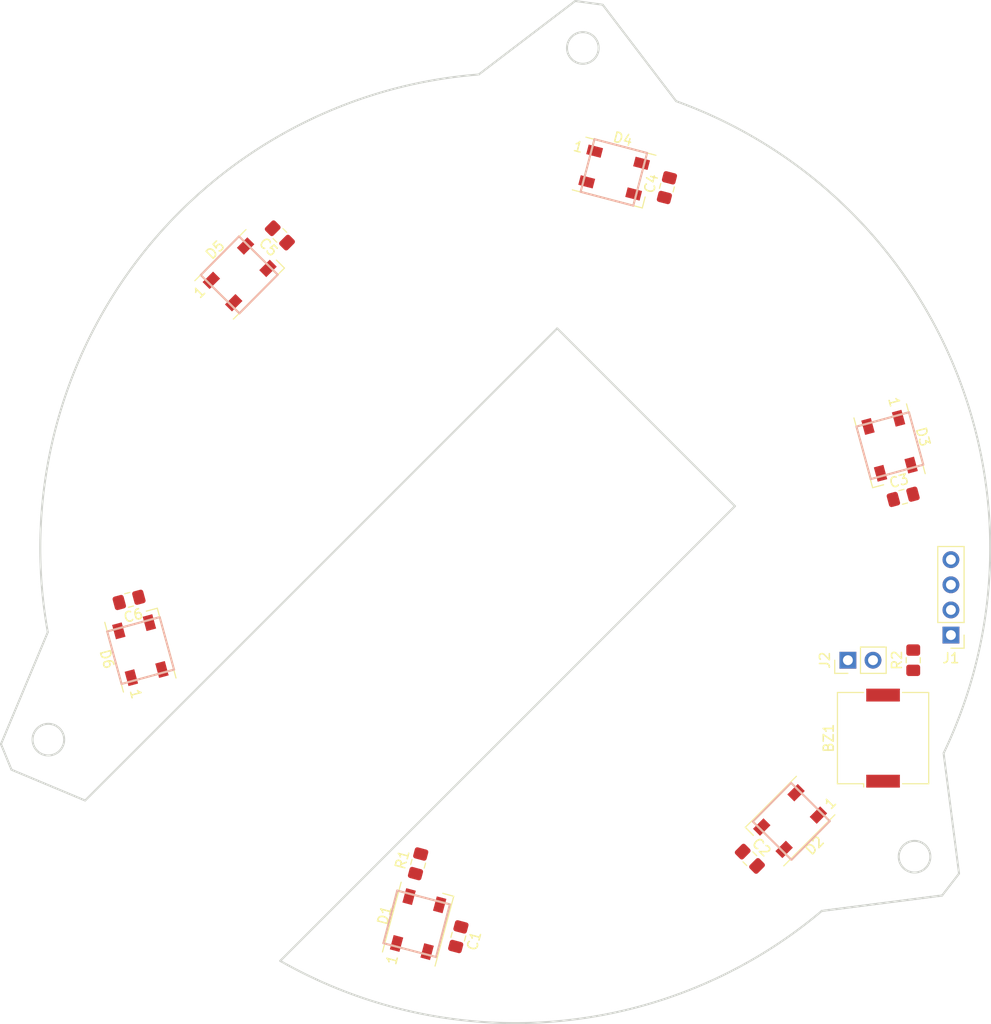
<source format=kicad_pcb>
(kicad_pcb (version 20171130) (host pcbnew "(5.0.2)-1")

  (general
    (thickness 1.6)
    (drawings 67)
    (tracks 0)
    (zones 0)
    (modules 17)
    (nets 14)
  )

  (page A4)
  (layers
    (0 Top signal)
    (31 Bottom signal)
    (34 B.Paste user)
    (35 F.Paste user)
    (36 B.SilkS user)
    (37 F.SilkS user)
    (38 B.Mask user)
    (39 F.Mask user)
    (40 Dwgs.User user)
    (41 Cmts.User user)
    (42 Eco1.User user)
    (43 Eco2.User user)
    (44 Edge.Cuts user)
    (45 Margin user)
    (46 B.CrtYd user)
    (47 F.CrtYd user)
  )

  (setup
    (last_trace_width 0.1524)
    (trace_clearance 0.1524)
    (zone_clearance 0.508)
    (zone_45_only no)
    (trace_min 0.1524)
    (segment_width 0.2)
    (edge_width 0.2)
    (via_size 0.508)
    (via_drill 0.254)
    (via_min_size 0.508)
    (via_min_drill 0.254)
    (uvia_size 0.508)
    (uvia_drill 0.254)
    (uvias_allowed no)
    (uvia_min_size 0.2)
    (uvia_min_drill 0.1)
    (pcb_text_width 0.3)
    (pcb_text_size 1.5 1.5)
    (mod_edge_width 0.15)
    (mod_text_size 1 1)
    (mod_text_width 0.15)
    (pad_size 1.524 1.524)
    (pad_drill 0.762)
    (pad_to_mask_clearance 0.0508)
    (solder_mask_min_width 0.25)
    (aux_axis_origin 0 0)
    (visible_elements 7FFFFFFF)
    (pcbplotparams
      (layerselection 0x010fc_ffffffff)
      (usegerberextensions false)
      (usegerberattributes false)
      (usegerberadvancedattributes false)
      (creategerberjobfile false)
      (excludeedgelayer true)
      (linewidth 0.100000)
      (plotframeref false)
      (viasonmask false)
      (mode 1)
      (useauxorigin false)
      (hpglpennumber 1)
      (hpglpenspeed 20)
      (hpglpendiameter 15.000000)
      (psnegative false)
      (psa4output false)
      (plotreference true)
      (plotvalue true)
      (plotinvisibletext false)
      (padsonsilk false)
      (subtractmaskfromsilk false)
      (outputformat 1)
      (mirror false)
      (drillshape 1)
      (scaleselection 1)
      (outputdirectory ""))
  )

  (net 0 "")
  (net 1 GND)
  (net 2 +5V)
  (net 3 "/LED 1/DIN")
  (net 4 "/LED 2/DIN")
  (net 5 "/LED 3/DIN")
  (net 6 "/LED 4/DIN")
  (net 7 "/LED 5/DIN")
  (net 8 "/LED 6/DIN")
  (net 9 "/LED 6/DOUT")
  (net 10 "Net-(J1-Pad1)")
  (net 11 "Net-(J1-Pad2)")
  (net 12 "Net-(BZ1-Pad1)")
  (net 13 "Net-(BZ1-Pad2)")

  (net_class Default "This is the default net class."
    (clearance 0.1524)
    (trace_width 0.1524)
    (via_dia 0.508)
    (via_drill 0.254)
    (uvia_dia 0.508)
    (uvia_drill 0.254)
    (diff_pair_gap 0.1524)
    (diff_pair_width 0.1524)
    (add_net +5V)
    (add_net "/LED 1/DIN")
    (add_net "/LED 2/DIN")
    (add_net "/LED 3/DIN")
    (add_net "/LED 4/DIN")
    (add_net "/LED 5/DIN")
    (add_net "/LED 6/DIN")
    (add_net "/LED 6/DOUT")
    (add_net GND)
    (add_net "Net-(BZ1-Pad1)")
    (add_net "Net-(BZ1-Pad2)")
    (add_net "Net-(J1-Pad1)")
    (add_net "Net-(J1-Pad2)")
  )

  (module LED_SMD:LED_WS2812B_PLCC4_5.0x5.0mm_P3.2mm (layer Top) (tedit 5AA4B285) (tstamp 5C9067E7)
    (at 138.684 143.002 75)
    (descr https://cdn-shop.adafruit.com/datasheets/WS2812B.pdf)
    (tags "LED RGB NeoPixel")
    (path /5C8C4BE3/5C8C4C32)
    (attr smd)
    (fp_text reference D1 (at 0 -3.5 75) (layer F.SilkS)
      (effects (font (size 1 1) (thickness 0.15)))
    )
    (fp_text value WS2812B (at 0 4 75) (layer F.Fab)
      (effects (font (size 1 1) (thickness 0.15)))
    )
    (fp_circle (center 0 0) (end 0 -2) (layer F.Fab) (width 0.1))
    (fp_line (start 3.65 2.75) (end 3.65 1.6) (layer F.SilkS) (width 0.12))
    (fp_line (start -3.65 2.75) (end 3.65 2.75) (layer F.SilkS) (width 0.12))
    (fp_line (start -3.65 -2.75) (end 3.65 -2.75) (layer F.SilkS) (width 0.12))
    (fp_line (start 2.5 -2.5) (end -2.5 -2.5) (layer F.Fab) (width 0.1))
    (fp_line (start 2.5 2.5) (end 2.5 -2.5) (layer F.Fab) (width 0.1))
    (fp_line (start -2.5 2.5) (end 2.5 2.5) (layer F.Fab) (width 0.1))
    (fp_line (start -2.5 -2.5) (end -2.5 2.5) (layer F.Fab) (width 0.1))
    (fp_line (start 2.5 1.5) (end 1.5 2.5) (layer F.Fab) (width 0.1))
    (fp_line (start -3.45 -2.75) (end -3.45 2.75) (layer F.CrtYd) (width 0.05))
    (fp_line (start -3.45 2.75) (end 3.45 2.75) (layer F.CrtYd) (width 0.05))
    (fp_line (start 3.45 2.75) (end 3.45 -2.75) (layer F.CrtYd) (width 0.05))
    (fp_line (start 3.45 -2.75) (end -3.45 -2.75) (layer F.CrtYd) (width 0.05))
    (fp_text user %R (at 0 0 75) (layer F.Fab)
      (effects (font (size 0.8 0.8) (thickness 0.15)))
    )
    (fp_text user 1 (at -4.15 -1.6 75) (layer F.SilkS)
      (effects (font (size 1 1) (thickness 0.15)))
    )
    (pad 1 smd rect (at -2.45 -1.6 75) (size 1.5 1) (layers Top F.Paste F.Mask)
      (net 2 +5V))
    (pad 2 smd rect (at -2.45 1.6 75) (size 1.5 1) (layers Top F.Paste F.Mask)
      (net 4 "/LED 2/DIN"))
    (pad 4 smd rect (at 2.45 -1.6 75) (size 1.5 1) (layers Top F.Paste F.Mask)
      (net 3 "/LED 1/DIN"))
    (pad 3 smd rect (at 2.45 1.6 75) (size 1.5 1) (layers Top F.Paste F.Mask)
      (net 1 GND))
    (model ${KISYS3DMOD}/LED_SMD.3dshapes/LED_WS2812B_PLCC4_5.0x5.0mm_P3.2mm.wrl
      (at (xyz 0 0 0))
      (scale (xyz 1 1 1))
      (rotate (xyz 0 0 0))
    )
  )

  (module Capacitor_SMD:C_0805_2012Metric_Pad1.15x1.40mm_HandSolder (layer Top) (tedit 5B36C52B) (tstamp 5CA675C9)
    (at 142.748 144.272 255)
    (descr "Capacitor SMD 0805 (2012 Metric), square (rectangular) end terminal, IPC_7351 nominal with elongated pad for handsoldering. (Body size source: https://docs.google.com/spreadsheets/d/1BsfQQcO9C6DZCsRaXUlFlo91Tg2WpOkGARC1WS5S8t0/edit?usp=sharing), generated with kicad-footprint-generator")
    (tags "capacitor handsolder")
    (path /5C8C4BE3/5C8C4D67)
    (attr smd)
    (fp_text reference C1 (at 0 -1.65 255) (layer F.SilkS)
      (effects (font (size 1 1) (thickness 0.15)))
    )
    (fp_text value 104 (at 0 1.65 255) (layer F.Fab)
      (effects (font (size 1 1) (thickness 0.15)))
    )
    (fp_line (start -1 0.6) (end -1 -0.6) (layer F.Fab) (width 0.1))
    (fp_line (start -1 -0.6) (end 1 -0.6) (layer F.Fab) (width 0.1))
    (fp_line (start 1 -0.6) (end 1 0.6) (layer F.Fab) (width 0.1))
    (fp_line (start 1 0.6) (end -1 0.6) (layer F.Fab) (width 0.1))
    (fp_line (start -0.261252 -0.71) (end 0.261252 -0.71) (layer F.SilkS) (width 0.12))
    (fp_line (start -0.261252 0.71) (end 0.261252 0.71) (layer F.SilkS) (width 0.12))
    (fp_line (start -1.85 0.95) (end -1.85 -0.95) (layer F.CrtYd) (width 0.05))
    (fp_line (start -1.85 -0.95) (end 1.85 -0.95) (layer F.CrtYd) (width 0.05))
    (fp_line (start 1.85 -0.95) (end 1.85 0.95) (layer F.CrtYd) (width 0.05))
    (fp_line (start 1.85 0.95) (end -1.85 0.95) (layer F.CrtYd) (width 0.05))
    (fp_text user %R (at 0 0 255) (layer F.Fab)
      (effects (font (size 0.5 0.5) (thickness 0.08)))
    )
    (pad 1 smd roundrect (at -1.025 0 255) (size 1.15 1.4) (layers Top F.Paste F.Mask) (roundrect_rratio 0.217391)
      (net 1 GND))
    (pad 2 smd roundrect (at 1.025 0 255) (size 1.15 1.4) (layers Top F.Paste F.Mask) (roundrect_rratio 0.217391)
      (net 2 +5V))
    (model ${KISYS3DMOD}/Capacitor_SMD.3dshapes/C_0805_2012Metric.wrl
      (at (xyz 0 0 0))
      (scale (xyz 1 1 1))
      (rotate (xyz 0 0 0))
    )
  )

  (module Capacitor_SMD:C_0805_2012Metric_Pad1.15x1.40mm_HandSolder (layer Top) (tedit 5B36C52B) (tstamp 5CA675DA)
    (at 172.212 136.398 315)
    (descr "Capacitor SMD 0805 (2012 Metric), square (rectangular) end terminal, IPC_7351 nominal with elongated pad for handsoldering. (Body size source: https://docs.google.com/spreadsheets/d/1BsfQQcO9C6DZCsRaXUlFlo91Tg2WpOkGARC1WS5S8t0/edit?usp=sharing), generated with kicad-footprint-generator")
    (tags "capacitor handsolder")
    (path /5C8C51C8/5C8C4D67)
    (attr smd)
    (fp_text reference C2 (at 0 -1.65 315) (layer F.SilkS)
      (effects (font (size 1 1) (thickness 0.15)))
    )
    (fp_text value 104 (at 0 1.65 315) (layer F.Fab)
      (effects (font (size 1 1) (thickness 0.15)))
    )
    (fp_text user %R (at 0 0 315) (layer F.Fab)
      (effects (font (size 0.5 0.5) (thickness 0.08)))
    )
    (fp_line (start 1.85 0.95) (end -1.85 0.95) (layer F.CrtYd) (width 0.05))
    (fp_line (start 1.85 -0.95) (end 1.85 0.95) (layer F.CrtYd) (width 0.05))
    (fp_line (start -1.85 -0.95) (end 1.85 -0.95) (layer F.CrtYd) (width 0.05))
    (fp_line (start -1.85 0.95) (end -1.85 -0.95) (layer F.CrtYd) (width 0.05))
    (fp_line (start -0.261252 0.71) (end 0.261252 0.71) (layer F.SilkS) (width 0.12))
    (fp_line (start -0.261252 -0.71) (end 0.261252 -0.71) (layer F.SilkS) (width 0.12))
    (fp_line (start 1 0.6) (end -1 0.6) (layer F.Fab) (width 0.1))
    (fp_line (start 1 -0.6) (end 1 0.6) (layer F.Fab) (width 0.1))
    (fp_line (start -1 -0.6) (end 1 -0.6) (layer F.Fab) (width 0.1))
    (fp_line (start -1 0.6) (end -1 -0.6) (layer F.Fab) (width 0.1))
    (pad 2 smd roundrect (at 1.024999 0 315) (size 1.15 1.4) (layers Top F.Paste F.Mask) (roundrect_rratio 0.217391)
      (net 2 +5V))
    (pad 1 smd roundrect (at -1.024999 0 315) (size 1.15 1.4) (layers Top F.Paste F.Mask) (roundrect_rratio 0.217391)
      (net 1 GND))
    (model ${KISYS3DMOD}/Capacitor_SMD.3dshapes/C_0805_2012Metric.wrl
      (at (xyz 0 0 0))
      (scale (xyz 1 1 1))
      (rotate (xyz 0 0 0))
    )
  )

  (module Capacitor_SMD:C_0805_2012Metric_Pad1.15x1.40mm_HandSolder (layer Top) (tedit 5B36C52B) (tstamp 5CA675EB)
    (at 187.706 99.822 15)
    (descr "Capacitor SMD 0805 (2012 Metric), square (rectangular) end terminal, IPC_7351 nominal with elongated pad for handsoldering. (Body size source: https://docs.google.com/spreadsheets/d/1BsfQQcO9C6DZCsRaXUlFlo91Tg2WpOkGARC1WS5S8t0/edit?usp=sharing), generated with kicad-footprint-generator")
    (tags "capacitor handsolder")
    (path /5C8C51CD/5C8C4D67)
    (attr smd)
    (fp_text reference C3 (at 0 -1.65 15) (layer F.SilkS)
      (effects (font (size 1 1) (thickness 0.15)))
    )
    (fp_text value 104 (at 0 1.65 15) (layer F.Fab)
      (effects (font (size 1 1) (thickness 0.15)))
    )
    (fp_line (start -1 0.6) (end -1 -0.6) (layer F.Fab) (width 0.1))
    (fp_line (start -1 -0.6) (end 1 -0.6) (layer F.Fab) (width 0.1))
    (fp_line (start 1 -0.6) (end 1 0.6) (layer F.Fab) (width 0.1))
    (fp_line (start 1 0.6) (end -1 0.6) (layer F.Fab) (width 0.1))
    (fp_line (start -0.261252 -0.71) (end 0.261252 -0.71) (layer F.SilkS) (width 0.12))
    (fp_line (start -0.261252 0.71) (end 0.261252 0.71) (layer F.SilkS) (width 0.12))
    (fp_line (start -1.85 0.95) (end -1.85 -0.95) (layer F.CrtYd) (width 0.05))
    (fp_line (start -1.85 -0.95) (end 1.85 -0.95) (layer F.CrtYd) (width 0.05))
    (fp_line (start 1.85 -0.95) (end 1.85 0.95) (layer F.CrtYd) (width 0.05))
    (fp_line (start 1.85 0.95) (end -1.85 0.95) (layer F.CrtYd) (width 0.05))
    (fp_text user %R (at 0 0 15) (layer F.Fab)
      (effects (font (size 0.5 0.5) (thickness 0.08)))
    )
    (pad 1 smd roundrect (at -1.025 0 15) (size 1.15 1.4) (layers Top F.Paste F.Mask) (roundrect_rratio 0.217391)
      (net 1 GND))
    (pad 2 smd roundrect (at 1.025 0 15) (size 1.15 1.4) (layers Top F.Paste F.Mask) (roundrect_rratio 0.217391)
      (net 2 +5V))
    (model ${KISYS3DMOD}/Capacitor_SMD.3dshapes/C_0805_2012Metric.wrl
      (at (xyz 0 0 0))
      (scale (xyz 1 1 1))
      (rotate (xyz 0 0 0))
    )
  )

  (module Capacitor_SMD:C_0805_2012Metric_Pad1.15x1.40mm_HandSolder (layer Top) (tedit 5B36C52B) (tstamp 5CA675FC)
    (at 163.83 68.58 75.5)
    (descr "Capacitor SMD 0805 (2012 Metric), square (rectangular) end terminal, IPC_7351 nominal with elongated pad for handsoldering. (Body size source: https://docs.google.com/spreadsheets/d/1BsfQQcO9C6DZCsRaXUlFlo91Tg2WpOkGARC1WS5S8t0/edit?usp=sharing), generated with kicad-footprint-generator")
    (tags "capacitor handsolder")
    (path /5C8C51D2/5C8C4D67)
    (attr smd)
    (fp_text reference C4 (at 0 -1.65 75.5) (layer F.SilkS)
      (effects (font (size 1 1) (thickness 0.15)))
    )
    (fp_text value 104 (at 0 1.65 75.5) (layer F.Fab)
      (effects (font (size 1 1) (thickness 0.15)))
    )
    (fp_text user %R (at 0 0 75.5) (layer F.Fab)
      (effects (font (size 0.5 0.5) (thickness 0.08)))
    )
    (fp_line (start 1.85 0.95) (end -1.85 0.95) (layer F.CrtYd) (width 0.05))
    (fp_line (start 1.85 -0.95) (end 1.85 0.95) (layer F.CrtYd) (width 0.05))
    (fp_line (start -1.85 -0.95) (end 1.85 -0.95) (layer F.CrtYd) (width 0.05))
    (fp_line (start -1.85 0.95) (end -1.85 -0.95) (layer F.CrtYd) (width 0.05))
    (fp_line (start -0.261252 0.71) (end 0.261252 0.71) (layer F.SilkS) (width 0.12))
    (fp_line (start -0.261252 -0.71) (end 0.261252 -0.71) (layer F.SilkS) (width 0.12))
    (fp_line (start 1 0.6) (end -1 0.6) (layer F.Fab) (width 0.1))
    (fp_line (start 1 -0.6) (end 1 0.6) (layer F.Fab) (width 0.1))
    (fp_line (start -1 -0.6) (end 1 -0.6) (layer F.Fab) (width 0.1))
    (fp_line (start -1 0.6) (end -1 -0.6) (layer F.Fab) (width 0.1))
    (pad 2 smd roundrect (at 1.025 0.000001 75.5) (size 1.15 1.4) (layers Top F.Paste F.Mask) (roundrect_rratio 0.217391)
      (net 2 +5V))
    (pad 1 smd roundrect (at -1.025 -0.000001 75.5) (size 1.15 1.4) (layers Top F.Paste F.Mask) (roundrect_rratio 0.217391)
      (net 1 GND))
    (model ${KISYS3DMOD}/Capacitor_SMD.3dshapes/C_0805_2012Metric.wrl
      (at (xyz 0 0 0))
      (scale (xyz 1 1 1))
      (rotate (xyz 0 0 0))
    )
  )

  (module Capacitor_SMD:C_0805_2012Metric_Pad1.15x1.40mm_HandSolder (layer Top) (tedit 5B36C52B) (tstamp 5CA6760D)
    (at 124.714 73.406 135)
    (descr "Capacitor SMD 0805 (2012 Metric), square (rectangular) end terminal, IPC_7351 nominal with elongated pad for handsoldering. (Body size source: https://docs.google.com/spreadsheets/d/1BsfQQcO9C6DZCsRaXUlFlo91Tg2WpOkGARC1WS5S8t0/edit?usp=sharing), generated with kicad-footprint-generator")
    (tags "capacitor handsolder")
    (path /5C8C51D7/5C8C4D67)
    (attr smd)
    (fp_text reference C5 (at 0 -1.65 135) (layer F.SilkS)
      (effects (font (size 1 1) (thickness 0.15)))
    )
    (fp_text value 104 (at 0 1.65 135) (layer F.Fab)
      (effects (font (size 1 1) (thickness 0.15)))
    )
    (fp_line (start -1 0.6) (end -1 -0.6) (layer F.Fab) (width 0.1))
    (fp_line (start -1 -0.6) (end 1 -0.6) (layer F.Fab) (width 0.1))
    (fp_line (start 1 -0.6) (end 1 0.6) (layer F.Fab) (width 0.1))
    (fp_line (start 1 0.6) (end -1 0.6) (layer F.Fab) (width 0.1))
    (fp_line (start -0.261252 -0.71) (end 0.261252 -0.71) (layer F.SilkS) (width 0.12))
    (fp_line (start -0.261252 0.71) (end 0.261252 0.71) (layer F.SilkS) (width 0.12))
    (fp_line (start -1.85 0.95) (end -1.85 -0.95) (layer F.CrtYd) (width 0.05))
    (fp_line (start -1.85 -0.95) (end 1.85 -0.95) (layer F.CrtYd) (width 0.05))
    (fp_line (start 1.85 -0.95) (end 1.85 0.95) (layer F.CrtYd) (width 0.05))
    (fp_line (start 1.85 0.95) (end -1.85 0.95) (layer F.CrtYd) (width 0.05))
    (fp_text user %R (at 0 0 135) (layer F.Fab)
      (effects (font (size 0.5 0.5) (thickness 0.08)))
    )
    (pad 1 smd roundrect (at -1.024999 0 135) (size 1.15 1.4) (layers Top F.Paste F.Mask) (roundrect_rratio 0.217391)
      (net 1 GND))
    (pad 2 smd roundrect (at 1.024999 0 135) (size 1.15 1.4) (layers Top F.Paste F.Mask) (roundrect_rratio 0.217391)
      (net 2 +5V))
    (model ${KISYS3DMOD}/Capacitor_SMD.3dshapes/C_0805_2012Metric.wrl
      (at (xyz 0 0 0))
      (scale (xyz 1 1 1))
      (rotate (xyz 0 0 0))
    )
  )

  (module Capacitor_SMD:C_0805_2012Metric_Pad1.15x1.40mm_HandSolder (layer Top) (tedit 5B36C52B) (tstamp 5CA6761E)
    (at 109.474 110.236 195)
    (descr "Capacitor SMD 0805 (2012 Metric), square (rectangular) end terminal, IPC_7351 nominal with elongated pad for handsoldering. (Body size source: https://docs.google.com/spreadsheets/d/1BsfQQcO9C6DZCsRaXUlFlo91Tg2WpOkGARC1WS5S8t0/edit?usp=sharing), generated with kicad-footprint-generator")
    (tags "capacitor handsolder")
    (path /5C8C51DC/5C8C4D67)
    (attr smd)
    (fp_text reference C6 (at 0 -1.65 195) (layer F.SilkS)
      (effects (font (size 1 1) (thickness 0.15)))
    )
    (fp_text value 104 (at 0 1.65 195) (layer F.Fab)
      (effects (font (size 1 1) (thickness 0.15)))
    )
    (fp_text user %R (at 0 0 195) (layer F.Fab)
      (effects (font (size 0.5 0.5) (thickness 0.08)))
    )
    (fp_line (start 1.85 0.95) (end -1.85 0.95) (layer F.CrtYd) (width 0.05))
    (fp_line (start 1.85 -0.95) (end 1.85 0.95) (layer F.CrtYd) (width 0.05))
    (fp_line (start -1.85 -0.95) (end 1.85 -0.95) (layer F.CrtYd) (width 0.05))
    (fp_line (start -1.85 0.95) (end -1.85 -0.95) (layer F.CrtYd) (width 0.05))
    (fp_line (start -0.261252 0.71) (end 0.261252 0.71) (layer F.SilkS) (width 0.12))
    (fp_line (start -0.261252 -0.71) (end 0.261252 -0.71) (layer F.SilkS) (width 0.12))
    (fp_line (start 1 0.6) (end -1 0.6) (layer F.Fab) (width 0.1))
    (fp_line (start 1 -0.6) (end 1 0.6) (layer F.Fab) (width 0.1))
    (fp_line (start -1 -0.6) (end 1 -0.6) (layer F.Fab) (width 0.1))
    (fp_line (start -1 0.6) (end -1 -0.6) (layer F.Fab) (width 0.1))
    (pad 2 smd roundrect (at 1.025 0 195) (size 1.15 1.4) (layers Top F.Paste F.Mask) (roundrect_rratio 0.217391)
      (net 2 +5V))
    (pad 1 smd roundrect (at -1.025 0 195) (size 1.15 1.4) (layers Top F.Paste F.Mask) (roundrect_rratio 0.217391)
      (net 1 GND))
    (model ${KISYS3DMOD}/Capacitor_SMD.3dshapes/C_0805_2012Metric.wrl
      (at (xyz 0 0 0))
      (scale (xyz 1 1 1))
      (rotate (xyz 0 0 0))
    )
  )

  (module LED_SMD:LED_WS2812B_PLCC4_5.0x5.0mm_P3.2mm (layer Top) (tedit 5AA4B285) (tstamp 5CA6764C)
    (at 176.276 132.588 225)
    (descr https://cdn-shop.adafruit.com/datasheets/WS2812B.pdf)
    (tags "LED RGB NeoPixel")
    (path /5C8C51C8/5C8C4C32)
    (attr smd)
    (fp_text reference D2 (at 0 -3.5 225) (layer F.SilkS)
      (effects (font (size 1 1) (thickness 0.15)))
    )
    (fp_text value WS2812B (at 0 4 225) (layer F.Fab)
      (effects (font (size 1 1) (thickness 0.15)))
    )
    (fp_circle (center 0 0) (end 0 -2) (layer F.Fab) (width 0.1))
    (fp_line (start 3.65 2.75) (end 3.65 1.6) (layer F.SilkS) (width 0.12))
    (fp_line (start -3.65 2.75) (end 3.65 2.75) (layer F.SilkS) (width 0.12))
    (fp_line (start -3.65 -2.75) (end 3.65 -2.75) (layer F.SilkS) (width 0.12))
    (fp_line (start 2.5 -2.5) (end -2.5 -2.5) (layer F.Fab) (width 0.1))
    (fp_line (start 2.5 2.5) (end 2.5 -2.5) (layer F.Fab) (width 0.1))
    (fp_line (start -2.5 2.5) (end 2.5 2.5) (layer F.Fab) (width 0.1))
    (fp_line (start -2.5 -2.5) (end -2.5 2.5) (layer F.Fab) (width 0.1))
    (fp_line (start 2.5 1.5) (end 1.5 2.5) (layer F.Fab) (width 0.1))
    (fp_line (start -3.45 -2.75) (end -3.45 2.75) (layer F.CrtYd) (width 0.05))
    (fp_line (start -3.45 2.75) (end 3.45 2.75) (layer F.CrtYd) (width 0.05))
    (fp_line (start 3.45 2.75) (end 3.45 -2.75) (layer F.CrtYd) (width 0.05))
    (fp_line (start 3.45 -2.75) (end -3.45 -2.75) (layer F.CrtYd) (width 0.05))
    (fp_text user %R (at 0 0 225) (layer F.Fab)
      (effects (font (size 0.8 0.8) (thickness 0.15)))
    )
    (fp_text user 1 (at -4.15 -1.6 225) (layer F.SilkS)
      (effects (font (size 1 1) (thickness 0.15)))
    )
    (pad 1 smd rect (at -2.45 -1.6 225) (size 1.5 1) (layers Top F.Paste F.Mask)
      (net 2 +5V))
    (pad 2 smd rect (at -2.45 1.6 225) (size 1.5 1) (layers Top F.Paste F.Mask)
      (net 5 "/LED 3/DIN"))
    (pad 4 smd rect (at 2.45 -1.6 225) (size 1.5 1) (layers Top F.Paste F.Mask)
      (net 4 "/LED 2/DIN"))
    (pad 3 smd rect (at 2.45 1.6 225) (size 1.5 1) (layers Top F.Paste F.Mask)
      (net 1 GND))
    (model ${KISYS3DMOD}/LED_SMD.3dshapes/LED_WS2812B_PLCC4_5.0x5.0mm_P3.2mm.wrl
      (at (xyz 0 0 0))
      (scale (xyz 1 1 1))
      (rotate (xyz 0 0 0))
    )
  )

  (module LED_SMD:LED_WS2812B_PLCC4_5.0x5.0mm_P3.2mm (layer Top) (tedit 5AA4B285) (tstamp 5CA67663)
    (at 186.329588 94.662408 285)
    (descr https://cdn-shop.adafruit.com/datasheets/WS2812B.pdf)
    (tags "LED RGB NeoPixel")
    (path /5C8C51CD/5C8C4C32)
    (attr smd)
    (fp_text reference D3 (at 0 -3.5 285) (layer F.SilkS)
      (effects (font (size 1 1) (thickness 0.15)))
    )
    (fp_text value WS2812B (at 0 4 285) (layer F.Fab)
      (effects (font (size 1 1) (thickness 0.15)))
    )
    (fp_text user 1 (at -4.15 -1.6 285) (layer F.SilkS)
      (effects (font (size 1 1) (thickness 0.15)))
    )
    (fp_text user %R (at 0 0 285) (layer F.Fab)
      (effects (font (size 0.8 0.8) (thickness 0.15)))
    )
    (fp_line (start 3.45 -2.75) (end -3.45 -2.75) (layer F.CrtYd) (width 0.05))
    (fp_line (start 3.45 2.75) (end 3.45 -2.75) (layer F.CrtYd) (width 0.05))
    (fp_line (start -3.45 2.75) (end 3.45 2.75) (layer F.CrtYd) (width 0.05))
    (fp_line (start -3.45 -2.75) (end -3.45 2.75) (layer F.CrtYd) (width 0.05))
    (fp_line (start 2.5 1.5) (end 1.5 2.5) (layer F.Fab) (width 0.1))
    (fp_line (start -2.5 -2.5) (end -2.5 2.5) (layer F.Fab) (width 0.1))
    (fp_line (start -2.5 2.5) (end 2.5 2.5) (layer F.Fab) (width 0.1))
    (fp_line (start 2.5 2.5) (end 2.5 -2.5) (layer F.Fab) (width 0.1))
    (fp_line (start 2.5 -2.5) (end -2.5 -2.5) (layer F.Fab) (width 0.1))
    (fp_line (start -3.65 -2.75) (end 3.65 -2.75) (layer F.SilkS) (width 0.12))
    (fp_line (start -3.65 2.75) (end 3.65 2.75) (layer F.SilkS) (width 0.12))
    (fp_line (start 3.65 2.75) (end 3.65 1.6) (layer F.SilkS) (width 0.12))
    (fp_circle (center 0 0) (end 0 -2) (layer F.Fab) (width 0.1))
    (pad 3 smd rect (at 2.45 1.6 285) (size 1.5 1) (layers Top F.Paste F.Mask)
      (net 1 GND))
    (pad 4 smd rect (at 2.45 -1.6 285) (size 1.5 1) (layers Top F.Paste F.Mask)
      (net 5 "/LED 3/DIN"))
    (pad 2 smd rect (at -2.45 1.6 285) (size 1.5 1) (layers Top F.Paste F.Mask)
      (net 6 "/LED 4/DIN"))
    (pad 1 smd rect (at -2.45 -1.6 285) (size 1.5 1) (layers Top F.Paste F.Mask)
      (net 2 +5V))
    (model ${KISYS3DMOD}/LED_SMD.3dshapes/LED_WS2812B_PLCC4_5.0x5.0mm_P3.2mm.wrl
      (at (xyz 0 0 0))
      (scale (xyz 1 1 1))
      (rotate (xyz 0 0 0))
    )
  )

  (module LED_SMD:LED_WS2812B_PLCC4_5.0x5.0mm_P3.2mm (layer Top) (tedit 5AA4B285) (tstamp 5CA6767A)
    (at 158.496 67.056 345.5)
    (descr https://cdn-shop.adafruit.com/datasheets/WS2812B.pdf)
    (tags "LED RGB NeoPixel")
    (path /5C8C51D2/5C8C4C32)
    (attr smd)
    (fp_text reference D4 (at 0 -3.5 345.5) (layer F.SilkS)
      (effects (font (size 1 1) (thickness 0.15)))
    )
    (fp_text value WS2812B (at 0 4 345.5) (layer F.Fab)
      (effects (font (size 1 1) (thickness 0.15)))
    )
    (fp_circle (center 0 0) (end 0 -2) (layer F.Fab) (width 0.1))
    (fp_line (start 3.65 2.75) (end 3.65 1.6) (layer F.SilkS) (width 0.12))
    (fp_line (start -3.65 2.75) (end 3.65 2.75) (layer F.SilkS) (width 0.12))
    (fp_line (start -3.65 -2.75) (end 3.65 -2.75) (layer F.SilkS) (width 0.12))
    (fp_line (start 2.5 -2.5) (end -2.5 -2.5) (layer F.Fab) (width 0.1))
    (fp_line (start 2.5 2.5) (end 2.5 -2.5) (layer F.Fab) (width 0.1))
    (fp_line (start -2.5 2.5) (end 2.5 2.5) (layer F.Fab) (width 0.1))
    (fp_line (start -2.5 -2.5) (end -2.5 2.5) (layer F.Fab) (width 0.1))
    (fp_line (start 2.5 1.5) (end 1.5 2.5) (layer F.Fab) (width 0.1))
    (fp_line (start -3.45 -2.75) (end -3.45 2.75) (layer F.CrtYd) (width 0.05))
    (fp_line (start -3.45 2.75) (end 3.45 2.75) (layer F.CrtYd) (width 0.05))
    (fp_line (start 3.45 2.75) (end 3.45 -2.75) (layer F.CrtYd) (width 0.05))
    (fp_line (start 3.45 -2.75) (end -3.45 -2.75) (layer F.CrtYd) (width 0.05))
    (fp_text user %R (at 0 0 345.5) (layer F.Fab)
      (effects (font (size 0.8 0.8) (thickness 0.15)))
    )
    (fp_text user 1 (at -4.15 -1.6 345.5) (layer F.SilkS)
      (effects (font (size 1 1) (thickness 0.15)))
    )
    (pad 1 smd rect (at -2.45 -1.6 345.5) (size 1.5 1) (layers Top F.Paste F.Mask)
      (net 2 +5V))
    (pad 2 smd rect (at -2.45 1.6 345.5) (size 1.5 1) (layers Top F.Paste F.Mask)
      (net 7 "/LED 5/DIN"))
    (pad 4 smd rect (at 2.45 -1.6 345.5) (size 1.5 1) (layers Top F.Paste F.Mask)
      (net 6 "/LED 4/DIN"))
    (pad 3 smd rect (at 2.45 1.6 345.5) (size 1.5 1) (layers Top F.Paste F.Mask)
      (net 1 GND))
    (model ${KISYS3DMOD}/LED_SMD.3dshapes/LED_WS2812B_PLCC4_5.0x5.0mm_P3.2mm.wrl
      (at (xyz 0 0 0))
      (scale (xyz 1 1 1))
      (rotate (xyz 0 0 0))
    )
  )

  (module LED_SMD:LED_WS2812B_PLCC4_5.0x5.0mm_P3.2mm (layer Top) (tedit 5AA4B285) (tstamp 5CA67691)
    (at 120.65 77.343 45)
    (descr https://cdn-shop.adafruit.com/datasheets/WS2812B.pdf)
    (tags "LED RGB NeoPixel")
    (path /5C8C51D7/5C8C4C32)
    (attr smd)
    (fp_text reference D5 (at 0 -3.5 45) (layer F.SilkS)
      (effects (font (size 1 1) (thickness 0.15)))
    )
    (fp_text value WS2812B (at 0 4 45) (layer F.Fab)
      (effects (font (size 1 1) (thickness 0.15)))
    )
    (fp_text user 1 (at -4.15 -1.6 45) (layer F.SilkS)
      (effects (font (size 1 1) (thickness 0.15)))
    )
    (fp_text user %R (at 0 0 45) (layer F.Fab)
      (effects (font (size 0.8 0.8) (thickness 0.15)))
    )
    (fp_line (start 3.45 -2.75) (end -3.45 -2.75) (layer F.CrtYd) (width 0.05))
    (fp_line (start 3.45 2.75) (end 3.45 -2.75) (layer F.CrtYd) (width 0.05))
    (fp_line (start -3.45 2.75) (end 3.45 2.75) (layer F.CrtYd) (width 0.05))
    (fp_line (start -3.45 -2.75) (end -3.45 2.75) (layer F.CrtYd) (width 0.05))
    (fp_line (start 2.5 1.5) (end 1.5 2.5) (layer F.Fab) (width 0.1))
    (fp_line (start -2.5 -2.5) (end -2.5 2.5) (layer F.Fab) (width 0.1))
    (fp_line (start -2.5 2.5) (end 2.5 2.5) (layer F.Fab) (width 0.1))
    (fp_line (start 2.5 2.5) (end 2.5 -2.5) (layer F.Fab) (width 0.1))
    (fp_line (start 2.5 -2.5) (end -2.5 -2.5) (layer F.Fab) (width 0.1))
    (fp_line (start -3.65 -2.75) (end 3.65 -2.75) (layer F.SilkS) (width 0.12))
    (fp_line (start -3.65 2.75) (end 3.65 2.75) (layer F.SilkS) (width 0.12))
    (fp_line (start 3.65 2.75) (end 3.65 1.6) (layer F.SilkS) (width 0.12))
    (fp_circle (center 0 0) (end 0 -2) (layer F.Fab) (width 0.1))
    (pad 3 smd rect (at 2.45 1.6 45) (size 1.5 1) (layers Top F.Paste F.Mask)
      (net 1 GND))
    (pad 4 smd rect (at 2.45 -1.6 45) (size 1.5 1) (layers Top F.Paste F.Mask)
      (net 7 "/LED 5/DIN"))
    (pad 2 smd rect (at -2.45 1.6 45) (size 1.5 1) (layers Top F.Paste F.Mask)
      (net 8 "/LED 6/DIN"))
    (pad 1 smd rect (at -2.45 -1.6 45) (size 1.5 1) (layers Top F.Paste F.Mask)
      (net 2 +5V))
    (model ${KISYS3DMOD}/LED_SMD.3dshapes/LED_WS2812B_PLCC4_5.0x5.0mm_P3.2mm.wrl
      (at (xyz 0 0 0))
      (scale (xyz 1 1 1))
      (rotate (xyz 0 0 0))
    )
  )

  (module LED_SMD:LED_WS2812B_PLCC4_5.0x5.0mm_P3.2mm (layer Top) (tedit 5AA4B285) (tstamp 5CA676A8)
    (at 110.617 115.316 105)
    (descr https://cdn-shop.adafruit.com/datasheets/WS2812B.pdf)
    (tags "LED RGB NeoPixel")
    (path /5C8C51DC/5C8C4C32)
    (attr smd)
    (fp_text reference D6 (at 0 -3.5 105) (layer F.SilkS)
      (effects (font (size 1 1) (thickness 0.15)))
    )
    (fp_text value WS2812B (at 0 4 105) (layer F.Fab)
      (effects (font (size 1 1) (thickness 0.15)))
    )
    (fp_circle (center 0 0) (end 0 -2) (layer F.Fab) (width 0.1))
    (fp_line (start 3.65 2.75) (end 3.65 1.6) (layer F.SilkS) (width 0.12))
    (fp_line (start -3.65 2.75) (end 3.65 2.75) (layer F.SilkS) (width 0.12))
    (fp_line (start -3.65 -2.75) (end 3.65 -2.75) (layer F.SilkS) (width 0.12))
    (fp_line (start 2.5 -2.5) (end -2.5 -2.5) (layer F.Fab) (width 0.1))
    (fp_line (start 2.5 2.5) (end 2.5 -2.5) (layer F.Fab) (width 0.1))
    (fp_line (start -2.5 2.5) (end 2.5 2.5) (layer F.Fab) (width 0.1))
    (fp_line (start -2.5 -2.5) (end -2.5 2.5) (layer F.Fab) (width 0.1))
    (fp_line (start 2.5 1.5) (end 1.5 2.5) (layer F.Fab) (width 0.1))
    (fp_line (start -3.45 -2.75) (end -3.45 2.75) (layer F.CrtYd) (width 0.05))
    (fp_line (start -3.45 2.75) (end 3.45 2.75) (layer F.CrtYd) (width 0.05))
    (fp_line (start 3.45 2.75) (end 3.45 -2.75) (layer F.CrtYd) (width 0.05))
    (fp_line (start 3.45 -2.75) (end -3.45 -2.75) (layer F.CrtYd) (width 0.05))
    (fp_text user %R (at 0 0 105) (layer F.Fab)
      (effects (font (size 0.8 0.8) (thickness 0.15)))
    )
    (fp_text user 1 (at -4.15 -1.6 105) (layer F.SilkS)
      (effects (font (size 1 1) (thickness 0.15)))
    )
    (pad 1 smd rect (at -2.45 -1.6 105) (size 1.5 1) (layers Top F.Paste F.Mask)
      (net 2 +5V))
    (pad 2 smd rect (at -2.45 1.6 105) (size 1.5 1) (layers Top F.Paste F.Mask)
      (net 9 "/LED 6/DOUT"))
    (pad 4 smd rect (at 2.45 -1.6 105) (size 1.5 1) (layers Top F.Paste F.Mask)
      (net 8 "/LED 6/DIN"))
    (pad 3 smd rect (at 2.45 1.6 105) (size 1.5 1) (layers Top F.Paste F.Mask)
      (net 1 GND))
    (model ${KISYS3DMOD}/LED_SMD.3dshapes/LED_WS2812B_PLCC4_5.0x5.0mm_P3.2mm.wrl
      (at (xyz 0 0 0))
      (scale (xyz 1 1 1))
      (rotate (xyz 0 0 0))
    )
  )

  (module Resistor_SMD:R_0805_2012Metric_Pad1.15x1.40mm_HandSolder (layer Top) (tedit 5B36C52B) (tstamp 5C9D0AB4)
    (at 138.684 136.906 75)
    (descr "Resistor SMD 0805 (2012 Metric), square (rectangular) end terminal, IPC_7351 nominal with elongated pad for handsoldering. (Body size source: https://docs.google.com/spreadsheets/d/1BsfQQcO9C6DZCsRaXUlFlo91Tg2WpOkGARC1WS5S8t0/edit?usp=sharing), generated with kicad-footprint-generator")
    (tags "resistor handsolder")
    (path /5C8DB725)
    (attr smd)
    (fp_text reference R1 (at 0 -1.65 75) (layer F.SilkS)
      (effects (font (size 1 1) (thickness 0.15)))
    )
    (fp_text value 220 (at 0 1.65 75) (layer F.Fab)
      (effects (font (size 1 1) (thickness 0.15)))
    )
    (fp_line (start -1 0.6) (end -1 -0.6) (layer F.Fab) (width 0.1))
    (fp_line (start -1 -0.6) (end 1 -0.6) (layer F.Fab) (width 0.1))
    (fp_line (start 1 -0.6) (end 1 0.6) (layer F.Fab) (width 0.1))
    (fp_line (start 1 0.6) (end -1 0.6) (layer F.Fab) (width 0.1))
    (fp_line (start -0.261252 -0.71) (end 0.261252 -0.71) (layer F.SilkS) (width 0.12))
    (fp_line (start -0.261252 0.71) (end 0.261252 0.71) (layer F.SilkS) (width 0.12))
    (fp_line (start -1.85 0.95) (end -1.85 -0.95) (layer F.CrtYd) (width 0.05))
    (fp_line (start -1.85 -0.95) (end 1.85 -0.95) (layer F.CrtYd) (width 0.05))
    (fp_line (start 1.85 -0.95) (end 1.85 0.95) (layer F.CrtYd) (width 0.05))
    (fp_line (start 1.85 0.95) (end -1.85 0.95) (layer F.CrtYd) (width 0.05))
    (fp_text user %R (at 0 0 75) (layer F.Fab)
      (effects (font (size 0.5 0.5) (thickness 0.08)))
    )
    (pad 1 smd roundrect (at -1.025 0 75) (size 1.15 1.4) (layers Top F.Paste F.Mask) (roundrect_rratio 0.217391)
      (net 3 "/LED 1/DIN"))
    (pad 2 smd roundrect (at 1.025 0 75) (size 1.15 1.4) (layers Top F.Paste F.Mask) (roundrect_rratio 0.217391)
      (net 10 "Net-(J1-Pad1)"))
    (model ${KISYS3DMOD}/Resistor_SMD.3dshapes/R_0805_2012Metric.wrl
      (at (xyz 0 0 0))
      (scale (xyz 1 1 1))
      (rotate (xyz 0 0 0))
    )
  )

  (module Connector_PinHeader_2.54mm:PinHeader_1x02_P2.54mm_Vertical (layer Top) (tedit 59FED5CC) (tstamp 5C9E16C1)
    (at 182.118 116.332 90)
    (descr "Through hole straight pin header, 1x02, 2.54mm pitch, single row")
    (tags "Through hole pin header THT 1x02 2.54mm single row")
    (path /5C918DBD)
    (fp_text reference J2 (at 0 -2.33 90) (layer F.SilkS)
      (effects (font (size 1 1) (thickness 0.15)))
    )
    (fp_text value Conn_01x02_Male (at 0 4.87 90) (layer F.Fab)
      (effects (font (size 1 1) (thickness 0.15)))
    )
    (fp_line (start -0.635 -1.27) (end 1.27 -1.27) (layer F.Fab) (width 0.1))
    (fp_line (start 1.27 -1.27) (end 1.27 3.81) (layer F.Fab) (width 0.1))
    (fp_line (start 1.27 3.81) (end -1.27 3.81) (layer F.Fab) (width 0.1))
    (fp_line (start -1.27 3.81) (end -1.27 -0.635) (layer F.Fab) (width 0.1))
    (fp_line (start -1.27 -0.635) (end -0.635 -1.27) (layer F.Fab) (width 0.1))
    (fp_line (start -1.33 3.87) (end 1.33 3.87) (layer F.SilkS) (width 0.12))
    (fp_line (start -1.33 1.27) (end -1.33 3.87) (layer F.SilkS) (width 0.12))
    (fp_line (start 1.33 1.27) (end 1.33 3.87) (layer F.SilkS) (width 0.12))
    (fp_line (start -1.33 1.27) (end 1.33 1.27) (layer F.SilkS) (width 0.12))
    (fp_line (start -1.33 0) (end -1.33 -1.33) (layer F.SilkS) (width 0.12))
    (fp_line (start -1.33 -1.33) (end 0 -1.33) (layer F.SilkS) (width 0.12))
    (fp_line (start -1.8 -1.8) (end -1.8 4.35) (layer F.CrtYd) (width 0.05))
    (fp_line (start -1.8 4.35) (end 1.8 4.35) (layer F.CrtYd) (width 0.05))
    (fp_line (start 1.8 4.35) (end 1.8 -1.8) (layer F.CrtYd) (width 0.05))
    (fp_line (start 1.8 -1.8) (end -1.8 -1.8) (layer F.CrtYd) (width 0.05))
    (fp_text user %R (at 0 1.27 180) (layer F.Fab)
      (effects (font (size 1 1) (thickness 0.15)))
    )
    (pad 1 thru_hole rect (at 0 0 90) (size 1.7 1.7) (drill 1) (layers *.Cu *.Mask)
      (net 12 "Net-(BZ1-Pad1)"))
    (pad 2 thru_hole oval (at 0 2.54 90) (size 1.7 1.7) (drill 1) (layers *.Cu *.Mask)
      (net 1 GND))
    (model ${KISYS3DMOD}/Connector_PinHeader_2.54mm.3dshapes/PinHeader_1x02_P2.54mm_Vertical.wrl
      (at (xyz 0 0 0))
      (scale (xyz 1 1 1))
      (rotate (xyz 0 0 0))
    )
  )

  (module Resistor_SMD:R_0805_2012Metric_Pad1.15x1.40mm_HandSolder (layer Top) (tedit 5B36C52B) (tstamp 5C9E16D2)
    (at 188.722 116.332 90)
    (descr "Resistor SMD 0805 (2012 Metric), square (rectangular) end terminal, IPC_7351 nominal with elongated pad for handsoldering. (Body size source: https://docs.google.com/spreadsheets/d/1BsfQQcO9C6DZCsRaXUlFlo91Tg2WpOkGARC1WS5S8t0/edit?usp=sharing), generated with kicad-footprint-generator")
    (tags "resistor handsolder")
    (path /5C918E01)
    (attr smd)
    (fp_text reference R2 (at 0 -1.65 90) (layer F.SilkS)
      (effects (font (size 1 1) (thickness 0.15)))
    )
    (fp_text value 100 (at 0 1.65 90) (layer F.Fab)
      (effects (font (size 1 1) (thickness 0.15)))
    )
    (fp_line (start -1 0.6) (end -1 -0.6) (layer F.Fab) (width 0.1))
    (fp_line (start -1 -0.6) (end 1 -0.6) (layer F.Fab) (width 0.1))
    (fp_line (start 1 -0.6) (end 1 0.6) (layer F.Fab) (width 0.1))
    (fp_line (start 1 0.6) (end -1 0.6) (layer F.Fab) (width 0.1))
    (fp_line (start -0.261252 -0.71) (end 0.261252 -0.71) (layer F.SilkS) (width 0.12))
    (fp_line (start -0.261252 0.71) (end 0.261252 0.71) (layer F.SilkS) (width 0.12))
    (fp_line (start -1.85 0.95) (end -1.85 -0.95) (layer F.CrtYd) (width 0.05))
    (fp_line (start -1.85 -0.95) (end 1.85 -0.95) (layer F.CrtYd) (width 0.05))
    (fp_line (start 1.85 -0.95) (end 1.85 0.95) (layer F.CrtYd) (width 0.05))
    (fp_line (start 1.85 0.95) (end -1.85 0.95) (layer F.CrtYd) (width 0.05))
    (fp_text user %R (at 0 0 90) (layer F.Fab)
      (effects (font (size 0.5 0.5) (thickness 0.08)))
    )
    (pad 1 smd roundrect (at -1.025 0 90) (size 1.15 1.4) (layers Top F.Paste F.Mask) (roundrect_rratio 0.217391)
      (net 13 "Net-(BZ1-Pad2)"))
    (pad 2 smd roundrect (at 1.025 0 90) (size 1.15 1.4) (layers Top F.Paste F.Mask) (roundrect_rratio 0.217391)
      (net 1 GND))
    (model ${KISYS3DMOD}/Resistor_SMD.3dshapes/R_0805_2012Metric.wrl
      (at (xyz 0 0 0))
      (scale (xyz 1 1 1))
      (rotate (xyz 0 0 0))
    )
  )

  (module Connector_PinHeader_2.54mm:PinHeader_1x04_P2.54mm_Vertical (layer Top) (tedit 59FED5CC) (tstamp 5C9E187F)
    (at 192.532 113.792 180)
    (descr "Through hole straight pin header, 1x04, 2.54mm pitch, single row")
    (tags "Through hole pin header THT 1x04 2.54mm single row")
    (path /5C918C02)
    (fp_text reference J1 (at 0 -2.33 180) (layer F.SilkS)
      (effects (font (size 1 1) (thickness 0.15)))
    )
    (fp_text value Conn_01x04_Male (at 0 9.95 180) (layer F.Fab)
      (effects (font (size 1 1) (thickness 0.15)))
    )
    (fp_line (start -0.635 -1.27) (end 1.27 -1.27) (layer F.Fab) (width 0.1))
    (fp_line (start 1.27 -1.27) (end 1.27 8.89) (layer F.Fab) (width 0.1))
    (fp_line (start 1.27 8.89) (end -1.27 8.89) (layer F.Fab) (width 0.1))
    (fp_line (start -1.27 8.89) (end -1.27 -0.635) (layer F.Fab) (width 0.1))
    (fp_line (start -1.27 -0.635) (end -0.635 -1.27) (layer F.Fab) (width 0.1))
    (fp_line (start -1.33 8.95) (end 1.33 8.95) (layer F.SilkS) (width 0.12))
    (fp_line (start -1.33 1.27) (end -1.33 8.95) (layer F.SilkS) (width 0.12))
    (fp_line (start 1.33 1.27) (end 1.33 8.95) (layer F.SilkS) (width 0.12))
    (fp_line (start -1.33 1.27) (end 1.33 1.27) (layer F.SilkS) (width 0.12))
    (fp_line (start -1.33 0) (end -1.33 -1.33) (layer F.SilkS) (width 0.12))
    (fp_line (start -1.33 -1.33) (end 0 -1.33) (layer F.SilkS) (width 0.12))
    (fp_line (start -1.8 -1.8) (end -1.8 9.4) (layer F.CrtYd) (width 0.05))
    (fp_line (start -1.8 9.4) (end 1.8 9.4) (layer F.CrtYd) (width 0.05))
    (fp_line (start 1.8 9.4) (end 1.8 -1.8) (layer F.CrtYd) (width 0.05))
    (fp_line (start 1.8 -1.8) (end -1.8 -1.8) (layer F.CrtYd) (width 0.05))
    (fp_text user %R (at 0 3.81 270) (layer F.Fab)
      (effects (font (size 1 1) (thickness 0.15)))
    )
    (pad 1 thru_hole rect (at 0 0 180) (size 1.7 1.7) (drill 1) (layers *.Cu *.Mask)
      (net 10 "Net-(J1-Pad1)"))
    (pad 2 thru_hole oval (at 0 2.54 180) (size 1.7 1.7) (drill 1) (layers *.Cu *.Mask)
      (net 11 "Net-(J1-Pad2)"))
    (pad 3 thru_hole oval (at 0 5.08 180) (size 1.7 1.7) (drill 1) (layers *.Cu *.Mask)
      (net 1 GND))
    (pad 4 thru_hole oval (at 0 7.62 180) (size 1.7 1.7) (drill 1) (layers *.Cu *.Mask)
      (net 2 +5V))
    (model ${KISYS3DMOD}/Connector_PinHeader_2.54mm.3dshapes/PinHeader_1x04_P2.54mm_Vertical.wrl
      (at (xyz 0 0 0))
      (scale (xyz 1 1 1))
      (rotate (xyz 0 0 0))
    )
  )

  (module Buzzer_Beeper:Buzzer_Murata_PKMCS0909E4000-R1 (layer Top) (tedit 5A030281) (tstamp 5C9E196D)
    (at 185.674 124.206 90)
    (descr "Murata Buzzer http://www.murata.com/en-us/api/pdfdownloadapi?cate=&partno=PKMCS0909E4000-R1")
    (tags "Murata Buzzer Beeper")
    (path /5C9190C8)
    (attr smd)
    (fp_text reference BZ1 (at 0 -5.5 90) (layer F.SilkS)
      (effects (font (size 1 1) (thickness 0.15)))
    )
    (fp_text value Buzzer (at 0 5.5 90) (layer F.Fab)
      (effects (font (size 1 1) (thickness 0.15)))
    )
    (fp_line (start 5.25 1.95) (end 5.25 -1.95) (layer F.CrtYd) (width 0.05))
    (fp_line (start 4.75 1.95) (end 5.25 1.95) (layer F.CrtYd) (width 0.05))
    (fp_text user %R (at 0 0 90) (layer F.Fab)
      (effects (font (size 1 1) (thickness 0.15)))
    )
    (fp_line (start -4.5 -3.5) (end -3.5 -4.5) (layer F.Fab) (width 0.1))
    (fp_line (start -4.61 -1.96) (end -4.94 -1.96) (layer F.SilkS) (width 0.12))
    (fp_line (start -4.61 4.61) (end -4.61 1.96) (layer F.SilkS) (width 0.12))
    (fp_line (start 4.61 4.61) (end -4.61 4.61) (layer F.SilkS) (width 0.12))
    (fp_line (start 4.61 1.96) (end 4.61 4.61) (layer F.SilkS) (width 0.12))
    (fp_line (start 4.61 -4.61) (end 4.61 -1.96) (layer F.SilkS) (width 0.12))
    (fp_line (start -4.61 -4.61) (end 4.61 -4.61) (layer F.SilkS) (width 0.12))
    (fp_line (start -4.61 -1.96) (end -4.61 -4.61) (layer F.SilkS) (width 0.12))
    (fp_line (start 4.75 4.75) (end -4.75 4.75) (layer F.CrtYd) (width 0.05))
    (fp_line (start -4.75 -4.75) (end 4.75 -4.75) (layer F.CrtYd) (width 0.05))
    (fp_line (start 4.5 4.5) (end -4.5 4.5) (layer F.Fab) (width 0.1))
    (fp_line (start 4.5 -4.5) (end 4.5 4.5) (layer F.Fab) (width 0.1))
    (fp_line (start -3.5 -4.5) (end 4.5 -4.5) (layer F.Fab) (width 0.1))
    (fp_line (start 4.75 4.75) (end 4.75 1.95) (layer F.CrtYd) (width 0.05))
    (fp_line (start -4.5 4.5) (end -4.5 -3.5) (layer F.Fab) (width 0.1))
    (fp_line (start 4.75 -1.95) (end 4.75 -4.75) (layer F.CrtYd) (width 0.05))
    (fp_line (start 4.75 -1.95) (end 5.25 -1.95) (layer F.CrtYd) (width 0.05))
    (fp_line (start -4.75 -1.95) (end -4.75 -4.75) (layer F.CrtYd) (width 0.05))
    (fp_line (start -4.75 -1.95) (end -5.25 -1.95) (layer F.CrtYd) (width 0.05))
    (fp_line (start -5.25 1.95) (end -5.25 -1.95) (layer F.CrtYd) (width 0.05))
    (fp_line (start -4.75 1.95) (end -5.25 1.95) (layer F.CrtYd) (width 0.05))
    (fp_line (start -4.75 4.75) (end -4.75 1.95) (layer F.CrtYd) (width 0.05))
    (pad 1 smd rect (at -4.35 0 90) (size 1.3 3.4) (layers Top F.Paste F.Mask)
      (net 12 "Net-(BZ1-Pad1)"))
    (pad 2 smd rect (at 4.35 0 90) (size 1.3 3.4) (layers Top F.Paste F.Mask)
      (net 13 "Net-(BZ1-Pad2)"))
    (model ${KISYS3DMOD}/Buzzer_Beeper.3dshapes/Buzzer_Murata_PKMCS0909E4000-R1.wrl
      (at (xyz 0 0 0))
      (scale (xyz 1 1 1))
      (rotate (xyz 0 0 0))
    )
  )

  (gr_line (start 176.376391 128.726598) (end 180.285263 132.5958) (layer B.SilkS) (width 0.2))
  (gr_line (start 141.894027 141.005809) (end 140.497635 146.325592) (layer B.SilkS) (width 0.2))
  (gr_line (start 140.497635 146.325592) (end 135.177852 144.9292) (layer B.SilkS) (width 0.2))
  (gr_line (start 180.285263 132.5958) (end 176.41606 136.504671) (layer B.SilkS) (width 0.2))
  (gr_line (start 172.507189 132.635469) (end 176.376391 128.726598) (layer B.SilkS) (width 0.2))
  (gr_line (start 176.41606 136.504671) (end 172.507189 132.635469) (layer B.SilkS) (width 0.2))
  (gr_line (start 135.177852 144.9292) (end 136.574244 139.609418) (layer B.SilkS) (width 0.2))
  (gr_line (start 136.574244 139.609418) (end 141.894027 141.005809) (layer B.SilkS) (width 0.2))
  (gr_line (start 182.983465 92.724388) (end 188.288728 91.273808) (layer B.SilkS) (width 0.2))
  (gr_line (start 108.713472 118.733392) (end 107.262892 113.428129) (layer B.SilkS) (width 0.2))
  (gr_line (start 107.262892 113.428129) (end 112.568155 111.977549) (layer B.SilkS) (width 0.2))
  (gr_line (start 155.108173 69.001391) (end 156.504565 63.681608) (layer B.SilkS) (width 0.2))
  (gr_line (start 112.568155 111.977549) (end 114.018735 117.282812) (layer B.SilkS) (width 0.2))
  (gr_line (start 114.018735 117.282812) (end 108.713472 118.733392) (layer B.SilkS) (width 0.2))
  (gr_line (start 120.58614 73.502529) (end 124.495011 77.371731) (layer B.SilkS) (width 0.2))
  (gr_line (start 120.625809 81.280602) (end 116.716937 77.4114) (layer B.SilkS) (width 0.2))
  (gr_line (start 184.434045 98.029651) (end 182.983465 92.724388) (layer B.SilkS) (width 0.2))
  (gr_line (start 124.495011 77.371731) (end 120.625809 81.280602) (layer B.SilkS) (width 0.2))
  (gr_line (start 156.504565 63.681608) (end 161.824348 65.078) (layer B.SilkS) (width 0.2))
  (gr_line (start 161.824348 65.078) (end 160.427956 70.397782) (layer B.SilkS) (width 0.2))
  (gr_line (start 116.716937 77.4114) (end 120.58614 73.502529) (layer B.SilkS) (width 0.2))
  (gr_line (start 188.288728 91.273808) (end 189.739308 96.579071) (layer B.SilkS) (width 0.2))
  (gr_line (start 160.427956 70.397782) (end 155.108173 69.001391) (layer B.SilkS) (width 0.2))
  (gr_line (start 189.739308 96.579071) (end 184.434045 98.029651) (layer B.SilkS) (width 0.2))
  (gr_line (start 182.983465 92.724388) (end 188.288728 91.273808) (layer F.SilkS) (width 0.2))
  (gr_line (start 108.713472 118.733392) (end 107.262892 113.428129) (layer F.SilkS) (width 0.2))
  (gr_line (start 156.504565 63.681608) (end 161.824348 65.078) (layer F.SilkS) (width 0.2))
  (gr_line (start 184.434045 98.029651) (end 182.983465 92.724388) (layer F.SilkS) (width 0.2))
  (gr_line (start 114.018735 117.282812) (end 108.713472 118.733392) (layer F.SilkS) (width 0.2))
  (gr_line (start 120.625809 81.280602) (end 116.716937 77.4114) (layer F.SilkS) (width 0.2))
  (gr_line (start 112.568155 111.977549) (end 114.018735 117.282812) (layer F.SilkS) (width 0.2))
  (gr_line (start 107.262892 113.428129) (end 112.568155 111.977549) (layer F.SilkS) (width 0.2))
  (gr_line (start 188.288728 91.273808) (end 189.739308 96.579071) (layer F.SilkS) (width 0.2))
  (gr_line (start 116.716937 77.4114) (end 120.58614 73.502529) (layer F.SilkS) (width 0.2))
  (gr_line (start 160.427956 70.397782) (end 155.108173 69.001391) (layer F.SilkS) (width 0.2))
  (gr_line (start 124.495011 77.371731) (end 120.625809 81.280602) (layer F.SilkS) (width 0.2))
  (gr_line (start 120.58614 73.502529) (end 124.495011 77.371731) (layer F.SilkS) (width 0.2))
  (gr_line (start 161.824348 65.078) (end 160.427956 70.397782) (layer F.SilkS) (width 0.2))
  (gr_line (start 155.108173 69.001391) (end 156.504565 63.681608) (layer F.SilkS) (width 0.2))
  (gr_line (start 180.285263 132.5958) (end 176.41606 136.504671) (layer F.SilkS) (width 0.2))
  (gr_line (start 172.507189 132.635469) (end 176.376391 128.726598) (layer F.SilkS) (width 0.2))
  (gr_line (start 189.739308 96.579071) (end 184.434045 98.029651) (layer F.SilkS) (width 0.2))
  (gr_line (start 176.376391 128.726598) (end 180.285263 132.5958) (layer F.SilkS) (width 0.2))
  (gr_line (start 176.41606 136.504671) (end 172.507189 132.635469) (layer F.SilkS) (width 0.2))
  (gr_line (start 141.894027 141.005809) (end 140.497635 146.325592) (layer F.SilkS) (width 0.2))
  (gr_line (start 135.177852 144.9292) (end 136.574244 139.609418) (layer F.SilkS) (width 0.2))
  (gr_line (start 136.574244 139.609418) (end 141.894027 141.005809) (layer F.SilkS) (width 0.2))
  (gr_line (start 140.497635 146.325592) (end 135.177852 144.9292) (layer F.SilkS) (width 0.2))
  (gr_circle (center 188.855524 136.188861) (end 190.455524 136.188861) (layer Edge.Cuts) (width 0.2))
  (gr_line (start 152.743741 82.800447) (end 105.032445 130.511743) (layer Edge.Cuts) (width 0.2))
  (gr_line (start 152.743741 82.800447) (end 170.704253 100.760959) (layer Edge.Cuts) (width 0.2))
  (gr_circle (center 101.31666 124.358926) (end 102.91666 124.358926) (layer Edge.Cuts) (width 0.2))
  (gr_line (start 157.334546 50.091941) (end 154.559768 49.71696) (layer Edge.Cuts) (width 0.2))
  (gr_line (start 193.3514 137.893881) (end 191.793058 125.735373) (layer Edge.Cuts) (width 0.2))
  (gr_line (start 179.48076 141.66776) (end 191.639268 140.109418) (layer Edge.Cuts) (width 0.2))
  (gr_line (start 164.763364 59.842347) (end 157.334546 50.091941) (layer Edge.Cuts) (width 0.2))
  (gr_arc (start 148.5011 105.0036) (end 191.793058 125.735373) (angle -95.78534945) (layer Edge.Cuts) (width 0.2))
  (gr_line (start 191.639268 140.109418) (end 179.48076 141.66776) (layer Edge.Cuts) (width 0.2))
  (gr_line (start 105.032445 130.511743) (end 97.592131 127.399959) (layer Edge.Cuts) (width 0.2))
  (gr_line (start 170.704253 100.760959) (end 124.749796 146.715416) (layer Edge.Cuts) (width 0.2))
  (gr_circle (center 155.331116 54.463014) (end 156.931116 54.463014) (layer Edge.Cuts) (width 0.2))
  (gr_arc (start 148.5011 105.0036) (end 124.749796 146.715416) (angle -69.85419641) (layer Edge.Cuts) (width 0.2))
  (gr_line (start 193.3514 137.893881) (end 191.639268 140.109418) (layer Edge.Cuts) (width 0.2))
  (gr_arc (start 148.5011 105.0036) (end 144.809363 57.145779) (angle -95.78534945) (layer Edge.Cuts) (width 0.2))
  (gr_line (start 96.529486 124.809441) (end 97.592131 127.399959) (layer Edge.Cuts) (width 0.2))
  (gr_line (start 101.259176 113.500693) (end 96.529486 124.809441) (layer Edge.Cuts) (width 0.2))
  (gr_line (start 154.559768 49.71696) (end 144.809363 57.145779) (layer Edge.Cuts) (width 0.2))

)

</source>
